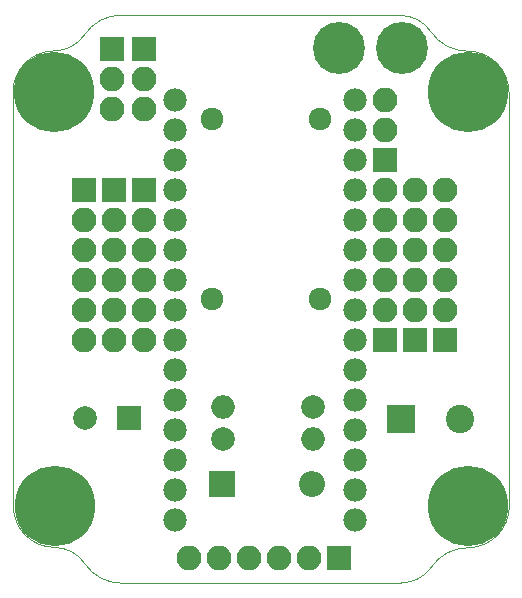
<source format=gts>
G04 #@! TF.FileFunction,Soldermask,Top*
%FSLAX46Y46*%
G04 Gerber Fmt 4.6, Leading zero omitted, Abs format (unit mm)*
G04 Created by KiCad (PCBNEW 4.0.7) date 10/28/18 13:34:34*
%MOMM*%
%LPD*%
G01*
G04 APERTURE LIST*
%ADD10C,0.100000*%
%ADD11C,1.974800*%
%ADD12R,2.200000X2.200000*%
%ADD13O,2.200000X2.200000*%
%ADD14R,2.100000X2.100000*%
%ADD15O,2.100000X2.100000*%
%ADD16C,2.000000*%
%ADD17O,2.000000X2.000000*%
%ADD18C,1.924000*%
%ADD19C,6.800000*%
%ADD20C,1.000000*%
%ADD21R,2.400000X2.400000*%
%ADD22C,2.400000*%
%ADD23R,2.000000X2.000000*%
%ADD24C,4.400500*%
G04 APERTURE END LIST*
D10*
X35488497Y1354679D02*
G75*
G02X38608000Y3027680I3094103J-2024475D01*
G01*
X35490167Y1355438D02*
G75*
G02X32962545Y56661I-2527622J1810183D01*
G01*
X32964120Y55880D02*
X9276080Y31244D01*
X6162040Y1689436D02*
G75*
G03X3583833Y3061019I-2578207J-1737377D01*
G01*
X6161607Y1686268D02*
G75*
G03X9276080Y30480I3114473J2101208D01*
G01*
X6122129Y46427402D02*
G75*
G02X9276080Y48127920I3143791J-2055714D01*
G01*
X6124118Y46432844D02*
G75*
G02X3586480Y45100240I-2550445J1774261D01*
G01*
X35459774Y46730191D02*
G75*
G03X38582600Y45074840I3112666J2098769D01*
G01*
X35458400Y46730920D02*
G75*
G03X32880193Y48102503I-2578207J-1737377D01*
G01*
X42077640Y41584880D02*
G75*
G03X38577520Y45074840I-3495040J-5080D01*
G01*
X38608058Y3027735D02*
G75*
G03X42113200Y6558280I-20378J3525465D01*
G01*
X3585451Y45100235D02*
G75*
G03X91440Y41600120I6109J-3500115D01*
G01*
X116782Y6555222D02*
G75*
G03X3586480Y3063240I3490018J-2022D01*
G01*
X42113200Y6553200D02*
X42077640Y41584880D01*
X32882840Y48102520D02*
X9276080Y48127920D01*
X91440Y41605200D02*
X116840Y6553200D01*
D11*
X13802360Y5389880D03*
X29042360Y5389880D03*
X13802360Y7929880D03*
X29042360Y7929880D03*
X13802360Y10469880D03*
X29042360Y10469880D03*
X13802360Y13009880D03*
X29042360Y13009880D03*
X13802360Y15549880D03*
X29042360Y15549880D03*
X13802360Y18089880D03*
X29042360Y18089880D03*
X13802360Y20629880D03*
X29042360Y20629880D03*
X13802360Y23169880D03*
X29042360Y23169880D03*
X13802360Y25709880D03*
X29042360Y25709880D03*
X13802360Y28249880D03*
X29042360Y28249880D03*
X13802360Y30789880D03*
X29042360Y30789880D03*
X13802360Y33329880D03*
X29042360Y33329880D03*
X13802360Y35869880D03*
X29042360Y35869880D03*
X13802360Y38409880D03*
X29042360Y38409880D03*
X13802360Y40949880D03*
X29042360Y40949880D03*
D12*
X17810480Y8427720D03*
D13*
X25430480Y8427720D03*
D14*
X8509000Y45242480D03*
D15*
X8509000Y42702480D03*
X8509000Y40162480D03*
D14*
X11181080Y45242480D03*
D15*
X11181080Y42702480D03*
X11181080Y40162480D03*
D16*
X25486360Y14950440D03*
D17*
X17866360Y14950440D03*
D16*
X17881600Y12247880D03*
D17*
X25501600Y12247880D03*
D14*
X31607760Y35874960D03*
D15*
X31607760Y38414960D03*
X31607760Y40954960D03*
D14*
X31562040Y20604480D03*
D15*
X31562040Y23144480D03*
X31562040Y25684480D03*
X31562040Y28224480D03*
X31562040Y30764480D03*
X31562040Y33304480D03*
D14*
X11176000Y33309560D03*
D15*
X11176000Y30769560D03*
X11176000Y28229560D03*
X11176000Y25689560D03*
X11176000Y23149560D03*
X11176000Y20609560D03*
D14*
X6075680Y33314640D03*
D15*
X6075680Y30774640D03*
X6075680Y28234640D03*
X6075680Y25694640D03*
X6075680Y23154640D03*
X6075680Y20614640D03*
D14*
X36697920Y20589240D03*
D15*
X36697920Y23129240D03*
X36697920Y25669240D03*
X36697920Y28209240D03*
X36697920Y30749240D03*
X36697920Y33289240D03*
D18*
X16946880Y39334440D03*
X26090880Y39334440D03*
X16946880Y24094440D03*
X26086880Y24094440D03*
D14*
X34117280Y20604480D03*
D15*
X34117280Y23144480D03*
X34117280Y25684480D03*
X34117280Y28224480D03*
X34117280Y30764480D03*
X34117280Y33304480D03*
D14*
X8641080Y33309560D03*
D15*
X8641080Y30769560D03*
X8641080Y28229560D03*
X8641080Y25689560D03*
X8641080Y23149560D03*
X8641080Y20609560D03*
D19*
X38587680Y41574720D03*
D20*
X40987680Y41574720D03*
X40284736Y39877664D03*
X38587680Y39174720D03*
X36890624Y39877664D03*
X36187680Y41574720D03*
X36890624Y43271776D03*
X38587680Y43974720D03*
X40284736Y43271776D03*
D19*
X3591560Y41589960D03*
D20*
X5991560Y41589960D03*
X5288616Y39892904D03*
X3591560Y39189960D03*
X1894504Y39892904D03*
X1191560Y41589960D03*
X1894504Y43287016D03*
X3591560Y43989960D03*
X5288616Y43287016D03*
D19*
X3606800Y6563360D03*
D20*
X6006800Y6563360D03*
X5303856Y4866304D03*
X3606800Y4163360D03*
X1909744Y4866304D03*
X1206800Y6563360D03*
X1909744Y8260416D03*
X3606800Y8963360D03*
X5303856Y8260416D03*
D19*
X38613080Y6532880D03*
D20*
X41013080Y6532880D03*
X40310136Y4835824D03*
X38613080Y4132880D03*
X36916024Y4835824D03*
X36213080Y6532880D03*
X36916024Y8229936D03*
X38613080Y8932880D03*
X40310136Y8229936D03*
D14*
X27660600Y2184400D03*
D15*
X25120600Y2184400D03*
X22580600Y2184400D03*
X20040600Y2184400D03*
X17500600Y2184400D03*
X14960600Y2184400D03*
D21*
X32923480Y13970000D03*
D22*
X37923480Y13970000D03*
D23*
X9951720Y14030960D03*
D16*
X6151720Y14030960D03*
D24*
X27711400Y45313600D03*
X33030160Y45313600D03*
M02*

</source>
